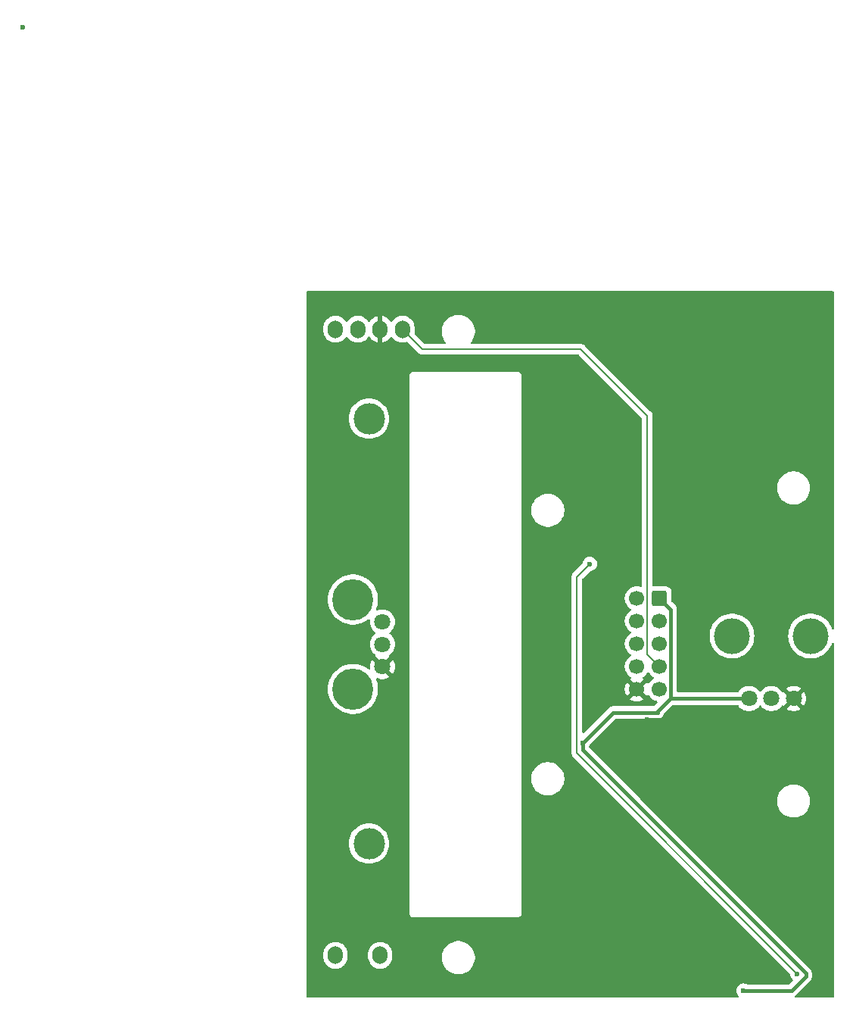
<source format=gbr>
%TF.GenerationSoftware,KiCad,Pcbnew,8.0.8*%
%TF.CreationDate,2025-04-07T16:00:04+02:00*%
%TF.ProjectId,tv25-tbar,74763235-2d74-4626-9172-2e6b69636164,rev?*%
%TF.SameCoordinates,Original*%
%TF.FileFunction,Copper,L2,Bot*%
%TF.FilePolarity,Positive*%
%FSLAX46Y46*%
G04 Gerber Fmt 4.6, Leading zero omitted, Abs format (unit mm)*
G04 Created by KiCad (PCBNEW 8.0.8) date 2025-04-07 16:00:04*
%MOMM*%
%LPD*%
G01*
G04 APERTURE LIST*
G04 Aperture macros list*
%AMRoundRect*
0 Rectangle with rounded corners*
0 $1 Rounding radius*
0 $2 $3 $4 $5 $6 $7 $8 $9 X,Y pos of 4 corners*
0 Add a 4 corners polygon primitive as box body*
4,1,4,$2,$3,$4,$5,$6,$7,$8,$9,$2,$3,0*
0 Add four circle primitives for the rounded corners*
1,1,$1+$1,$2,$3*
1,1,$1+$1,$4,$5*
1,1,$1+$1,$6,$7*
1,1,$1+$1,$8,$9*
0 Add four rect primitives between the rounded corners*
20,1,$1+$1,$2,$3,$4,$5,0*
20,1,$1+$1,$4,$5,$6,$7,0*
20,1,$1+$1,$6,$7,$8,$9,0*
20,1,$1+$1,$8,$9,$2,$3,0*%
G04 Aperture macros list end*
%TA.AperFunction,ComponentPad*%
%ADD10O,1.700000X2.000000*%
%TD*%
%TA.AperFunction,ComponentPad*%
%ADD11C,3.500000*%
%TD*%
%TA.AperFunction,WasherPad*%
%ADD12C,4.000000*%
%TD*%
%TA.AperFunction,ComponentPad*%
%ADD13C,1.800000*%
%TD*%
%TA.AperFunction,ComponentPad*%
%ADD14C,4.600000*%
%TD*%
%TA.AperFunction,ComponentPad*%
%ADD15RoundRect,0.250000X0.600000X0.600000X-0.600000X0.600000X-0.600000X-0.600000X0.600000X-0.600000X0*%
%TD*%
%TA.AperFunction,ComponentPad*%
%ADD16C,1.700000*%
%TD*%
%TA.AperFunction,ViaPad*%
%ADD17C,0.600000*%
%TD*%
%TA.AperFunction,Conductor*%
%ADD18C,0.400000*%
%TD*%
%TA.AperFunction,Conductor*%
%ADD19C,0.200000*%
%TD*%
G04 APERTURE END LIST*
D10*
%TO.P,RV3,2,2*%
%TO.N,Net-(J1-Pin_7)*%
X111250000Y-99750000D03*
%TO.P,RV3,1,1*%
%TO.N,GND*%
X108750000Y-99750000D03*
%TO.P,RV3,2B*%
%TO.N,N/C*%
X106250000Y-99750000D03*
%TO.P,RV3,1B*%
X103750000Y-99750000D03*
%TO.P,RV3,3,3*%
%TO.N,+3V3*%
X108750000Y-169750000D03*
%TO.P,RV3,3B*%
%TO.N,N/C*%
X103750000Y-169750000D03*
D11*
%TO.P,RV3,SH*%
X107500000Y-109750000D03*
X107500000Y-157250000D03*
%TD*%
D12*
%TO.P,RV2,*%
%TO.N,*%
X148100000Y-134050000D03*
X156900000Y-134050000D03*
D13*
%TO.P,RV2,1,1*%
%TO.N,GND*%
X155000000Y-141050000D03*
%TO.P,RV2,2,2*%
%TO.N,Net-(J1-Pin_8)*%
X152500000Y-141050000D03*
%TO.P,RV2,3,3*%
%TO.N,+3V3*%
X150000000Y-141050000D03*
%TD*%
%TO.P,RV1,3,3*%
%TO.N,+3V3*%
X109000000Y-132475000D03*
%TO.P,RV1,2,2*%
%TO.N,Net-(J1-Pin_7)*%
X109000000Y-134975000D03*
%TO.P,RV1,1,1*%
%TO.N,GND*%
X109000000Y-137475000D03*
D14*
%TO.P,RV1,*%
%TO.N,*%
X105700000Y-129975000D03*
X105700000Y-139975000D03*
%TD*%
D15*
%TO.P,J1,1,Pin_1*%
%TO.N,+3V3*%
X140000000Y-129840000D03*
D16*
%TO.P,J1,2,Pin_2*%
%TO.N,Net-(D1-DIN)*%
X137460000Y-129840000D03*
%TO.P,J1,3,Pin_3*%
%TO.N,Net-(J1-Pin_3)*%
X140000000Y-132380000D03*
%TO.P,J1,4,Pin_4*%
%TO.N,Net-(J1-Pin_4)*%
X137460000Y-132380000D03*
%TO.P,J1,5,Pin_5*%
%TO.N,Net-(J1-Pin_5)*%
X140000000Y-134920000D03*
%TO.P,J1,6,Pin_6*%
%TO.N,Net-(J1-Pin_6)*%
X137460000Y-134920000D03*
%TO.P,J1,7,Pin_7*%
%TO.N,Net-(J1-Pin_7)*%
X140000000Y-137460000D03*
%TO.P,J1,8,Pin_8*%
%TO.N,Net-(J1-Pin_8)*%
X137460000Y-137460000D03*
%TO.P,J1,9,Pin_9*%
%TO.N,Net-(D6-DOUT)*%
X140000000Y-140000000D03*
%TO.P,J1,10,Pin_10*%
%TO.N,GND*%
X137460000Y-140000000D03*
%TD*%
D17*
%TO.N,*%
X68800000Y-66000000D03*
%TO.N,GND*%
X128800000Y-113200000D03*
X135000000Y-109800000D03*
X144800000Y-110000000D03*
X138600000Y-143400000D03*
%TO.N,+3V3*%
X131400000Y-146000000D03*
X149400000Y-173700000D03*
%TO.N,Net-(D4-DOUT)*%
X132200000Y-126000000D03*
X155400000Y-171800006D03*
%TD*%
D18*
%TO.N,GND*%
X138600000Y-143400000D02*
X152650000Y-143400000D01*
X152650000Y-143400000D02*
X155000000Y-141050000D01*
D19*
%TO.N,Net-(J1-Pin_7)*%
X140000000Y-137460000D02*
X138610000Y-136070000D01*
X138610000Y-136070000D02*
X138610000Y-109410000D01*
X138610000Y-109410000D02*
X131200000Y-102000000D01*
X131200000Y-102000000D02*
X113500000Y-102000000D01*
X113500000Y-102000000D02*
X111250000Y-99750000D01*
D18*
%TO.N,+3V3*%
X141250000Y-141000000D02*
X139800000Y-142450000D01*
X139800000Y-142450000D02*
X139800000Y-142600000D01*
X139800000Y-142600000D02*
X134800000Y-142600000D01*
X134800000Y-142600000D02*
X131400000Y-146000000D01*
X131400000Y-146000000D02*
X131400000Y-146800000D01*
X131400000Y-146800000D02*
X156350000Y-171750000D01*
X156350000Y-172110661D02*
X154760661Y-173700000D01*
X156350000Y-171750000D02*
X156350000Y-172110661D01*
X154760661Y-173700000D02*
X149400000Y-173700000D01*
D19*
%TO.N,Net-(D4-DOUT)*%
X130750000Y-147150006D02*
X155400000Y-171800006D01*
X130750000Y-127450000D02*
X130750000Y-147150006D01*
X132200000Y-126000000D02*
X130750000Y-127450000D01*
D18*
%TO.N,+3V3*%
X141250000Y-131090000D02*
X141250000Y-141000000D01*
X150000000Y-141050000D02*
X141300000Y-141050000D01*
X141300000Y-141050000D02*
X141250000Y-141000000D01*
X140000000Y-129840000D02*
X141250000Y-131090000D01*
%TD*%
%TA.AperFunction,Conductor*%
%TO.N,GND*%
G36*
X159442539Y-95520185D02*
G01*
X159488294Y-95572989D01*
X159499500Y-95624500D01*
X159499500Y-133175744D01*
X159479815Y-133242783D01*
X159427011Y-133288538D01*
X159357853Y-133298482D01*
X159294297Y-133269457D01*
X159257569Y-133214062D01*
X159234755Y-133143849D01*
X159229503Y-133127685D01*
X159095537Y-132842993D01*
X159008794Y-132706308D01*
X158926948Y-132577338D01*
X158926945Y-132577334D01*
X158726393Y-132334909D01*
X158726391Y-132334907D01*
X158497031Y-132119523D01*
X158497021Y-132119515D01*
X158242495Y-131934591D01*
X158242488Y-131934586D01*
X158242484Y-131934584D01*
X157966766Y-131783006D01*
X157966763Y-131783004D01*
X157966758Y-131783002D01*
X157966757Y-131783001D01*
X157674228Y-131667181D01*
X157674225Y-131667180D01*
X157369476Y-131588934D01*
X157369463Y-131588932D01*
X157057329Y-131549500D01*
X157057318Y-131549500D01*
X156742682Y-131549500D01*
X156742670Y-131549500D01*
X156430536Y-131588932D01*
X156430523Y-131588934D01*
X156125774Y-131667180D01*
X156125771Y-131667181D01*
X155833242Y-131783001D01*
X155833241Y-131783002D01*
X155557516Y-131934584D01*
X155557504Y-131934591D01*
X155302978Y-132119515D01*
X155302968Y-132119523D01*
X155073608Y-132334907D01*
X155073606Y-132334909D01*
X154873054Y-132577334D01*
X154873051Y-132577338D01*
X154704464Y-132842990D01*
X154704461Y-132842996D01*
X154570499Y-133127678D01*
X154570497Y-133127683D01*
X154473270Y-133426916D01*
X154414311Y-133735988D01*
X154414310Y-133735995D01*
X154394556Y-134049994D01*
X154394556Y-134050005D01*
X154414310Y-134364004D01*
X154414311Y-134364011D01*
X154473270Y-134673083D01*
X154570497Y-134972316D01*
X154570499Y-134972321D01*
X154704461Y-135257003D01*
X154704464Y-135257009D01*
X154873051Y-135522661D01*
X154873054Y-135522665D01*
X155073606Y-135765090D01*
X155073608Y-135765092D01*
X155073610Y-135765094D01*
X155279559Y-135958493D01*
X155302968Y-135980476D01*
X155302978Y-135980484D01*
X155557504Y-136165408D01*
X155557509Y-136165410D01*
X155557516Y-136165416D01*
X155833234Y-136316994D01*
X155833239Y-136316996D01*
X155833241Y-136316997D01*
X155833242Y-136316998D01*
X156125771Y-136432818D01*
X156125774Y-136432819D01*
X156430523Y-136511065D01*
X156430527Y-136511066D01*
X156496010Y-136519338D01*
X156742670Y-136550499D01*
X156742679Y-136550499D01*
X156742682Y-136550500D01*
X156742684Y-136550500D01*
X157057316Y-136550500D01*
X157057318Y-136550500D01*
X157057321Y-136550499D01*
X157057329Y-136550499D01*
X157243593Y-136526968D01*
X157369473Y-136511066D01*
X157674225Y-136432819D01*
X157702801Y-136421505D01*
X157966757Y-136316998D01*
X157966758Y-136316997D01*
X157966756Y-136316997D01*
X157966766Y-136316994D01*
X158242484Y-136165416D01*
X158497030Y-135980478D01*
X158726390Y-135765094D01*
X158926947Y-135522663D01*
X159095537Y-135257007D01*
X159229503Y-134972315D01*
X159257569Y-134885936D01*
X159297006Y-134828261D01*
X159361365Y-134801063D01*
X159430211Y-134812978D01*
X159481687Y-134860222D01*
X159499500Y-134924255D01*
X159499500Y-174375500D01*
X159479815Y-174442539D01*
X159427011Y-174488294D01*
X159375500Y-174499500D01*
X155233765Y-174499500D01*
X155166726Y-174479815D01*
X155120971Y-174427011D01*
X155111027Y-174357853D01*
X155140052Y-174294297D01*
X155164875Y-174272397D01*
X155207204Y-174244114D01*
X156894114Y-172557204D01*
X156970775Y-172442472D01*
X157023580Y-172314989D01*
X157050500Y-172179655D01*
X157050500Y-172041667D01*
X157050500Y-171681007D01*
X157050500Y-171681004D01*
X157023581Y-171545677D01*
X157023580Y-171545676D01*
X157023580Y-171545672D01*
X157022031Y-171541932D01*
X156970778Y-171418195D01*
X156970771Y-171418182D01*
X156894115Y-171303459D01*
X156894114Y-171303458D01*
X156796542Y-171205886D01*
X137969368Y-152378711D01*
X153149500Y-152378711D01*
X153149500Y-152621288D01*
X153181161Y-152861785D01*
X153243947Y-153096104D01*
X153336773Y-153320205D01*
X153336776Y-153320212D01*
X153458064Y-153530289D01*
X153458066Y-153530292D01*
X153458067Y-153530293D01*
X153605733Y-153722736D01*
X153605739Y-153722743D01*
X153777256Y-153894260D01*
X153777262Y-153894265D01*
X153969711Y-154041936D01*
X154179788Y-154163224D01*
X154403900Y-154256054D01*
X154638211Y-154318838D01*
X154818586Y-154342584D01*
X154878711Y-154350500D01*
X154878712Y-154350500D01*
X155121289Y-154350500D01*
X155169388Y-154344167D01*
X155361789Y-154318838D01*
X155596100Y-154256054D01*
X155820212Y-154163224D01*
X156030289Y-154041936D01*
X156222738Y-153894265D01*
X156394265Y-153722738D01*
X156541936Y-153530289D01*
X156663224Y-153320212D01*
X156756054Y-153096100D01*
X156818838Y-152861789D01*
X156850500Y-152621288D01*
X156850500Y-152378712D01*
X156818838Y-152138211D01*
X156756054Y-151903900D01*
X156663224Y-151679788D01*
X156541936Y-151469711D01*
X156394265Y-151277262D01*
X156394260Y-151277256D01*
X156222743Y-151105739D01*
X156222736Y-151105733D01*
X156030293Y-150958067D01*
X156030292Y-150958066D01*
X156030289Y-150958064D01*
X155820212Y-150836776D01*
X155780206Y-150820205D01*
X155596104Y-150743947D01*
X155361785Y-150681161D01*
X155121289Y-150649500D01*
X155121288Y-150649500D01*
X154878712Y-150649500D01*
X154878711Y-150649500D01*
X154638214Y-150681161D01*
X154403895Y-150743947D01*
X154179794Y-150836773D01*
X154179785Y-150836777D01*
X153969706Y-150958067D01*
X153777263Y-151105733D01*
X153777256Y-151105739D01*
X153605739Y-151277256D01*
X153605733Y-151277263D01*
X153458067Y-151469706D01*
X153336777Y-151679785D01*
X153336773Y-151679794D01*
X153243947Y-151903895D01*
X153181161Y-152138214D01*
X153149500Y-152378711D01*
X137969368Y-152378711D01*
X132136819Y-146546162D01*
X132103334Y-146484839D01*
X132100500Y-146458481D01*
X132100500Y-146425493D01*
X132119508Y-146359519D01*
X132125787Y-146349526D01*
X132125789Y-146349521D01*
X132162007Y-146246013D01*
X132191365Y-146199290D01*
X135053838Y-143336819D01*
X135115161Y-143303334D01*
X135141519Y-143300500D01*
X139868995Y-143300500D01*
X139960041Y-143282389D01*
X140004328Y-143273580D01*
X140131811Y-143220775D01*
X140246542Y-143144114D01*
X140344114Y-143046542D01*
X140420775Y-142931811D01*
X140473580Y-142804328D01*
X140475490Y-142794720D01*
X140507871Y-142732811D01*
X140509367Y-142731288D01*
X141453838Y-141786819D01*
X141515161Y-141753334D01*
X141541519Y-141750500D01*
X148717649Y-141750500D01*
X148784688Y-141770185D01*
X148821458Y-141806679D01*
X148891016Y-141913147D01*
X148891019Y-141913151D01*
X148891021Y-141913153D01*
X149048216Y-142083913D01*
X149048219Y-142083915D01*
X149048222Y-142083918D01*
X149231365Y-142226464D01*
X149231371Y-142226468D01*
X149231374Y-142226470D01*
X149398860Y-142317109D01*
X149434652Y-142336479D01*
X149435497Y-142336936D01*
X149549487Y-142376068D01*
X149655015Y-142412297D01*
X149655017Y-142412297D01*
X149655019Y-142412298D01*
X149883951Y-142450500D01*
X149883952Y-142450500D01*
X150116048Y-142450500D01*
X150116049Y-142450500D01*
X150344981Y-142412298D01*
X150564503Y-142336936D01*
X150768626Y-142226470D01*
X150769170Y-142226047D01*
X150830129Y-142178600D01*
X150951784Y-142083913D01*
X151108979Y-141913153D01*
X151117899Y-141899500D01*
X151146191Y-141856196D01*
X151199337Y-141810839D01*
X151268569Y-141801415D01*
X151331904Y-141830917D01*
X151353809Y-141856196D01*
X151391016Y-141913147D01*
X151391019Y-141913151D01*
X151391021Y-141913153D01*
X151548216Y-142083913D01*
X151548219Y-142083915D01*
X151548222Y-142083918D01*
X151731365Y-142226464D01*
X151731371Y-142226468D01*
X151731374Y-142226470D01*
X151898860Y-142317109D01*
X151934652Y-142336479D01*
X151935497Y-142336936D01*
X152049487Y-142376068D01*
X152155015Y-142412297D01*
X152155017Y-142412297D01*
X152155019Y-142412298D01*
X152383951Y-142450500D01*
X152383952Y-142450500D01*
X152616048Y-142450500D01*
X152616049Y-142450500D01*
X152844981Y-142412298D01*
X153064503Y-142336936D01*
X153268626Y-142226470D01*
X153269170Y-142226047D01*
X153330129Y-142178600D01*
X153451784Y-142083913D01*
X153608979Y-141913153D01*
X153646489Y-141855738D01*
X153699635Y-141810382D01*
X153768866Y-141800958D01*
X153832202Y-141830459D01*
X153846914Y-141847437D01*
X153848811Y-141847634D01*
X154517037Y-141179408D01*
X154534075Y-141242993D01*
X154599901Y-141357007D01*
X154692993Y-141450099D01*
X154807007Y-141515925D01*
X154870590Y-141532962D01*
X154201201Y-142202351D01*
X154231649Y-142226050D01*
X154435697Y-142336476D01*
X154435706Y-142336479D01*
X154655139Y-142411811D01*
X154883993Y-142450000D01*
X155116007Y-142450000D01*
X155344860Y-142411811D01*
X155564293Y-142336479D01*
X155564301Y-142336476D01*
X155768355Y-142226047D01*
X155798797Y-142202351D01*
X155798798Y-142202350D01*
X155129410Y-141532962D01*
X155192993Y-141515925D01*
X155307007Y-141450099D01*
X155400099Y-141357007D01*
X155465925Y-141242993D01*
X155482962Y-141179409D01*
X156151186Y-141847634D01*
X156235484Y-141718606D01*
X156328682Y-141506135D01*
X156385638Y-141281218D01*
X156404798Y-141050005D01*
X156404798Y-141049994D01*
X156385638Y-140818781D01*
X156328682Y-140593864D01*
X156235483Y-140381390D01*
X156151186Y-140252364D01*
X155482962Y-140920589D01*
X155465925Y-140857007D01*
X155400099Y-140742993D01*
X155307007Y-140649901D01*
X155192993Y-140584075D01*
X155129409Y-140567037D01*
X155798797Y-139897647D01*
X155798797Y-139897645D01*
X155768360Y-139873955D01*
X155768354Y-139873951D01*
X155564302Y-139763523D01*
X155564293Y-139763520D01*
X155344860Y-139688188D01*
X155116007Y-139650000D01*
X154883993Y-139650000D01*
X154655139Y-139688188D01*
X154435706Y-139763520D01*
X154435697Y-139763523D01*
X154231650Y-139873949D01*
X154201200Y-139897647D01*
X154870591Y-140567037D01*
X154807007Y-140584075D01*
X154692993Y-140649901D01*
X154599901Y-140742993D01*
X154534075Y-140857007D01*
X154517037Y-140920590D01*
X153848811Y-140252364D01*
X153844030Y-140252860D01*
X153800960Y-140289617D01*
X153731729Y-140299041D01*
X153668393Y-140269539D01*
X153646489Y-140244260D01*
X153608983Y-140186852D01*
X153608980Y-140186849D01*
X153608979Y-140186847D01*
X153451784Y-140016087D01*
X153451779Y-140016083D01*
X153451777Y-140016081D01*
X153268634Y-139873535D01*
X153268628Y-139873531D01*
X153064504Y-139763064D01*
X153064495Y-139763061D01*
X152844984Y-139687702D01*
X152673282Y-139659050D01*
X152616049Y-139649500D01*
X152383951Y-139649500D01*
X152338164Y-139657140D01*
X152155015Y-139687702D01*
X151935504Y-139763061D01*
X151935495Y-139763064D01*
X151731371Y-139873531D01*
X151731365Y-139873535D01*
X151548222Y-140016081D01*
X151548219Y-140016084D01*
X151548216Y-140016086D01*
X151548216Y-140016087D01*
X151502429Y-140065826D01*
X151391015Y-140186854D01*
X151353808Y-140243804D01*
X151300662Y-140289161D01*
X151231430Y-140298584D01*
X151168095Y-140269082D01*
X151146192Y-140243804D01*
X151108984Y-140186854D01*
X151108982Y-140186852D01*
X151108979Y-140186847D01*
X150951784Y-140016087D01*
X150951779Y-140016083D01*
X150951777Y-140016081D01*
X150768634Y-139873535D01*
X150768628Y-139873531D01*
X150564504Y-139763064D01*
X150564495Y-139763061D01*
X150344984Y-139687702D01*
X150173282Y-139659050D01*
X150116049Y-139649500D01*
X149883951Y-139649500D01*
X149838164Y-139657140D01*
X149655015Y-139687702D01*
X149435504Y-139763061D01*
X149435495Y-139763064D01*
X149231371Y-139873531D01*
X149231365Y-139873535D01*
X149048222Y-140016081D01*
X149048219Y-140016084D01*
X148891016Y-140186852D01*
X148821458Y-140293321D01*
X148768312Y-140338678D01*
X148717649Y-140349500D01*
X142074500Y-140349500D01*
X142007461Y-140329815D01*
X141961706Y-140277011D01*
X141950500Y-140225500D01*
X141950500Y-134049994D01*
X145594556Y-134049994D01*
X145594556Y-134050005D01*
X145614310Y-134364004D01*
X145614311Y-134364011D01*
X145673270Y-134673083D01*
X145770497Y-134972316D01*
X145770499Y-134972321D01*
X145904461Y-135257003D01*
X145904464Y-135257009D01*
X146073051Y-135522661D01*
X146073054Y-135522665D01*
X146273606Y-135765090D01*
X146273608Y-135765092D01*
X146273610Y-135765094D01*
X146479559Y-135958493D01*
X146502968Y-135980476D01*
X146502978Y-135980484D01*
X146757504Y-136165408D01*
X146757509Y-136165410D01*
X146757516Y-136165416D01*
X147033234Y-136316994D01*
X147033239Y-136316996D01*
X147033241Y-136316997D01*
X147033242Y-136316998D01*
X147325771Y-136432818D01*
X147325774Y-136432819D01*
X147630523Y-136511065D01*
X147630527Y-136511066D01*
X147696010Y-136519338D01*
X147942670Y-136550499D01*
X147942679Y-136550499D01*
X147942682Y-136550500D01*
X147942684Y-136550500D01*
X148257316Y-136550500D01*
X148257318Y-136550500D01*
X148257321Y-136550499D01*
X148257329Y-136550499D01*
X148443593Y-136526968D01*
X148569473Y-136511066D01*
X148874225Y-136432819D01*
X148902801Y-136421505D01*
X149166757Y-136316998D01*
X149166758Y-136316997D01*
X149166756Y-136316997D01*
X149166766Y-136316994D01*
X149442484Y-136165416D01*
X149697030Y-135980478D01*
X149926390Y-135765094D01*
X150126947Y-135522663D01*
X150295537Y-135257007D01*
X150429503Y-134972315D01*
X150526731Y-134673079D01*
X150585688Y-134364015D01*
X150585689Y-134364004D01*
X150605444Y-134050005D01*
X150605444Y-134049994D01*
X150585689Y-133735995D01*
X150585688Y-133735988D01*
X150585688Y-133735985D01*
X150526731Y-133426921D01*
X150429503Y-133127685D01*
X150295537Y-132842993D01*
X150208794Y-132706308D01*
X150126948Y-132577338D01*
X150126945Y-132577334D01*
X149926393Y-132334909D01*
X149926391Y-132334907D01*
X149697031Y-132119523D01*
X149697021Y-132119515D01*
X149442495Y-131934591D01*
X149442488Y-131934586D01*
X149442484Y-131934584D01*
X149166766Y-131783006D01*
X149166763Y-131783004D01*
X149166758Y-131783002D01*
X149166757Y-131783001D01*
X148874228Y-131667181D01*
X148874225Y-131667180D01*
X148569476Y-131588934D01*
X148569463Y-131588932D01*
X148257329Y-131549500D01*
X148257318Y-131549500D01*
X147942682Y-131549500D01*
X147942670Y-131549500D01*
X147630536Y-131588932D01*
X147630523Y-131588934D01*
X147325774Y-131667180D01*
X147325771Y-131667181D01*
X147033242Y-131783001D01*
X147033241Y-131783002D01*
X146757516Y-131934584D01*
X146757504Y-131934591D01*
X146502978Y-132119515D01*
X146502968Y-132119523D01*
X146273608Y-132334907D01*
X146273606Y-132334909D01*
X146073054Y-132577334D01*
X146073051Y-132577338D01*
X145904464Y-132842990D01*
X145904461Y-132842996D01*
X145770499Y-133127678D01*
X145770497Y-133127683D01*
X145673270Y-133426916D01*
X145614311Y-133735988D01*
X145614310Y-133735995D01*
X145594556Y-134049994D01*
X141950500Y-134049994D01*
X141950500Y-131021004D01*
X141923581Y-130885677D01*
X141923580Y-130885676D01*
X141923580Y-130885672D01*
X141923578Y-130885667D01*
X141870777Y-130758193D01*
X141870776Y-130758191D01*
X141839512Y-130711401D01*
X141839512Y-130711400D01*
X141794115Y-130643458D01*
X141794109Y-130643451D01*
X141386818Y-130236160D01*
X141353333Y-130174837D01*
X141350499Y-130148479D01*
X141350499Y-129189998D01*
X141350498Y-129189981D01*
X141339999Y-129087203D01*
X141339998Y-129087200D01*
X141316255Y-129015549D01*
X141284814Y-128920666D01*
X141192712Y-128771344D01*
X141068656Y-128647288D01*
X140975888Y-128590069D01*
X140919336Y-128555187D01*
X140919331Y-128555185D01*
X140895448Y-128547271D01*
X140752797Y-128500001D01*
X140752795Y-128500000D01*
X140650010Y-128489500D01*
X139349998Y-128489500D01*
X139349978Y-128489502D01*
X139347100Y-128489796D01*
X139278407Y-128477025D01*
X139227524Y-128429144D01*
X139210500Y-128366438D01*
X139210500Y-117378711D01*
X153149500Y-117378711D01*
X153149500Y-117621288D01*
X153181161Y-117861785D01*
X153243947Y-118096104D01*
X153305186Y-118243947D01*
X153336776Y-118320212D01*
X153458064Y-118530289D01*
X153458066Y-118530292D01*
X153458067Y-118530293D01*
X153605733Y-118722736D01*
X153605739Y-118722743D01*
X153777256Y-118894260D01*
X153777262Y-118894265D01*
X153969711Y-119041936D01*
X154179788Y-119163224D01*
X154403900Y-119256054D01*
X154638211Y-119318838D01*
X154818586Y-119342584D01*
X154878711Y-119350500D01*
X154878712Y-119350500D01*
X155121289Y-119350500D01*
X155169388Y-119344167D01*
X155361789Y-119318838D01*
X155596100Y-119256054D01*
X155820212Y-119163224D01*
X156030289Y-119041936D01*
X156222738Y-118894265D01*
X156394265Y-118722738D01*
X156541936Y-118530289D01*
X156663224Y-118320212D01*
X156756054Y-118096100D01*
X156818838Y-117861789D01*
X156850500Y-117621288D01*
X156850500Y-117378712D01*
X156818838Y-117138211D01*
X156756054Y-116903900D01*
X156663224Y-116679788D01*
X156541936Y-116469711D01*
X156394265Y-116277262D01*
X156394260Y-116277256D01*
X156222743Y-116105739D01*
X156222736Y-116105733D01*
X156030293Y-115958067D01*
X156030292Y-115958066D01*
X156030289Y-115958064D01*
X155820212Y-115836776D01*
X155820205Y-115836773D01*
X155596104Y-115743947D01*
X155361785Y-115681161D01*
X155121289Y-115649500D01*
X155121288Y-115649500D01*
X154878712Y-115649500D01*
X154878711Y-115649500D01*
X154638214Y-115681161D01*
X154403895Y-115743947D01*
X154179794Y-115836773D01*
X154179785Y-115836777D01*
X153969706Y-115958067D01*
X153777263Y-116105733D01*
X153777256Y-116105739D01*
X153605739Y-116277256D01*
X153605733Y-116277263D01*
X153458067Y-116469706D01*
X153336777Y-116679785D01*
X153336773Y-116679794D01*
X153243947Y-116903895D01*
X153181161Y-117138214D01*
X153149500Y-117378711D01*
X139210500Y-117378711D01*
X139210500Y-109330945D01*
X139210500Y-109330943D01*
X139169577Y-109178216D01*
X139162685Y-109166278D01*
X139090524Y-109041290D01*
X139090521Y-109041286D01*
X139090520Y-109041284D01*
X138978716Y-108929480D01*
X138978715Y-108929479D01*
X138974385Y-108925149D01*
X138974374Y-108925139D01*
X131687590Y-101638355D01*
X131687588Y-101638352D01*
X131568717Y-101519481D01*
X131568716Y-101519480D01*
X131481904Y-101469360D01*
X131481904Y-101469359D01*
X131481900Y-101469358D01*
X131431785Y-101440423D01*
X131279057Y-101399499D01*
X131120943Y-101399499D01*
X131113347Y-101399499D01*
X131113331Y-101399500D01*
X119010078Y-101399500D01*
X118943039Y-101379815D01*
X118897284Y-101327011D01*
X118887340Y-101257853D01*
X118911702Y-101200014D01*
X118948884Y-101151557D01*
X119041936Y-101030289D01*
X119163224Y-100820212D01*
X119256054Y-100596100D01*
X119318838Y-100361789D01*
X119350500Y-100121288D01*
X119350500Y-99878712D01*
X119318838Y-99638211D01*
X119256054Y-99403900D01*
X119163224Y-99179788D01*
X119041936Y-98969711D01*
X118894265Y-98777262D01*
X118894260Y-98777256D01*
X118722743Y-98605739D01*
X118722736Y-98605733D01*
X118530293Y-98458067D01*
X118530292Y-98458066D01*
X118530289Y-98458064D01*
X118320212Y-98336776D01*
X118320205Y-98336773D01*
X118096104Y-98243947D01*
X117861785Y-98181161D01*
X117621289Y-98149500D01*
X117621288Y-98149500D01*
X117378712Y-98149500D01*
X117378711Y-98149500D01*
X117138214Y-98181161D01*
X116903895Y-98243947D01*
X116679794Y-98336773D01*
X116679785Y-98336777D01*
X116469706Y-98458067D01*
X116277263Y-98605733D01*
X116277256Y-98605739D01*
X116105739Y-98777256D01*
X116105733Y-98777263D01*
X115958067Y-98969706D01*
X115836777Y-99179785D01*
X115836773Y-99179794D01*
X115743947Y-99403895D01*
X115681161Y-99638214D01*
X115649500Y-99878711D01*
X115649500Y-100121288D01*
X115681161Y-100361785D01*
X115743947Y-100596104D01*
X115836773Y-100820205D01*
X115836776Y-100820212D01*
X115958064Y-101030289D01*
X115958066Y-101030292D01*
X115958067Y-101030293D01*
X116088298Y-101200014D01*
X116113492Y-101265183D01*
X116099454Y-101333628D01*
X116050640Y-101383617D01*
X115989922Y-101399500D01*
X113800098Y-101399500D01*
X113733059Y-101379815D01*
X113712417Y-101363181D01*
X112611680Y-100262444D01*
X112578195Y-100201121D01*
X112576888Y-100155365D01*
X112582286Y-100121288D01*
X112600500Y-100006287D01*
X112600500Y-99493713D01*
X112567246Y-99283757D01*
X112501557Y-99081588D01*
X112405051Y-98892184D01*
X112405049Y-98892181D01*
X112405048Y-98892179D01*
X112280109Y-98720213D01*
X112129786Y-98569890D01*
X111957820Y-98444951D01*
X111768414Y-98348444D01*
X111768413Y-98348443D01*
X111768412Y-98348443D01*
X111566243Y-98282754D01*
X111566241Y-98282753D01*
X111566240Y-98282753D01*
X111404957Y-98257208D01*
X111356287Y-98249500D01*
X111143713Y-98249500D01*
X111095042Y-98257208D01*
X110933760Y-98282753D01*
X110731585Y-98348444D01*
X110542179Y-98444951D01*
X110370213Y-98569890D01*
X110219894Y-98720209D01*
X110219890Y-98720214D01*
X110100008Y-98885218D01*
X110044678Y-98927884D01*
X109975065Y-98933863D01*
X109913270Y-98901257D01*
X109899372Y-98885218D01*
X109779727Y-98720540D01*
X109779723Y-98720535D01*
X109629464Y-98570276D01*
X109629459Y-98570272D01*
X109457557Y-98445379D01*
X109268215Y-98348903D01*
X109066124Y-98283241D01*
X109000000Y-98272768D01*
X109000000Y-99316988D01*
X108942993Y-99284075D01*
X108815826Y-99250000D01*
X108684174Y-99250000D01*
X108557007Y-99284075D01*
X108500000Y-99316988D01*
X108500000Y-98272768D01*
X108499999Y-98272768D01*
X108433875Y-98283241D01*
X108231784Y-98348903D01*
X108042442Y-98445379D01*
X107870540Y-98570272D01*
X107870535Y-98570276D01*
X107720276Y-98720535D01*
X107720272Y-98720540D01*
X107600627Y-98885218D01*
X107545297Y-98927884D01*
X107475684Y-98933863D01*
X107413889Y-98901257D01*
X107399991Y-98885218D01*
X107280109Y-98720214D01*
X107280105Y-98720209D01*
X107129786Y-98569890D01*
X106957820Y-98444951D01*
X106768414Y-98348444D01*
X106768413Y-98348443D01*
X106768412Y-98348443D01*
X106566243Y-98282754D01*
X106566241Y-98282753D01*
X106566240Y-98282753D01*
X106404957Y-98257208D01*
X106356287Y-98249500D01*
X106143713Y-98249500D01*
X106095042Y-98257208D01*
X105933760Y-98282753D01*
X105731585Y-98348444D01*
X105542179Y-98444951D01*
X105370213Y-98569890D01*
X105219894Y-98720209D01*
X105219890Y-98720214D01*
X105100318Y-98884793D01*
X105044989Y-98927459D01*
X104975375Y-98933438D01*
X104913580Y-98900833D01*
X104899682Y-98884793D01*
X104780109Y-98720214D01*
X104780105Y-98720209D01*
X104629786Y-98569890D01*
X104457820Y-98444951D01*
X104268414Y-98348444D01*
X104268413Y-98348443D01*
X104268412Y-98348443D01*
X104066243Y-98282754D01*
X104066241Y-98282753D01*
X104066240Y-98282753D01*
X103904957Y-98257208D01*
X103856287Y-98249500D01*
X103643713Y-98249500D01*
X103595042Y-98257208D01*
X103433760Y-98282753D01*
X103231585Y-98348444D01*
X103042179Y-98444951D01*
X102870213Y-98569890D01*
X102719890Y-98720213D01*
X102594951Y-98892179D01*
X102498444Y-99081585D01*
X102432753Y-99283760D01*
X102399500Y-99493713D01*
X102399500Y-100006286D01*
X102432703Y-100215925D01*
X102432754Y-100216243D01*
X102443722Y-100250000D01*
X102498444Y-100418414D01*
X102594951Y-100607820D01*
X102719890Y-100779786D01*
X102870213Y-100930109D01*
X103042179Y-101055048D01*
X103042181Y-101055049D01*
X103042184Y-101055051D01*
X103231588Y-101151557D01*
X103433757Y-101217246D01*
X103643713Y-101250500D01*
X103643714Y-101250500D01*
X103856286Y-101250500D01*
X103856287Y-101250500D01*
X104066243Y-101217246D01*
X104268412Y-101151557D01*
X104457816Y-101055051D01*
X104491898Y-101030289D01*
X104629786Y-100930109D01*
X104629788Y-100930106D01*
X104629792Y-100930104D01*
X104780104Y-100779792D01*
X104899683Y-100615204D01*
X104955011Y-100572540D01*
X105024624Y-100566561D01*
X105086420Y-100599166D01*
X105100313Y-100615199D01*
X105219654Y-100779459D01*
X105219896Y-100779792D01*
X105370213Y-100930109D01*
X105542179Y-101055048D01*
X105542181Y-101055049D01*
X105542184Y-101055051D01*
X105731588Y-101151557D01*
X105933757Y-101217246D01*
X106143713Y-101250500D01*
X106143714Y-101250500D01*
X106356286Y-101250500D01*
X106356287Y-101250500D01*
X106566243Y-101217246D01*
X106768412Y-101151557D01*
X106957816Y-101055051D01*
X106991898Y-101030289D01*
X107129786Y-100930109D01*
X107129788Y-100930106D01*
X107129792Y-100930104D01*
X107280104Y-100779792D01*
X107399991Y-100614779D01*
X107455320Y-100572115D01*
X107524933Y-100566136D01*
X107586729Y-100598741D01*
X107600627Y-100614781D01*
X107720272Y-100779459D01*
X107720276Y-100779464D01*
X107870535Y-100929723D01*
X107870540Y-100929727D01*
X108042442Y-101054620D01*
X108231782Y-101151095D01*
X108433871Y-101216757D01*
X108500000Y-101227231D01*
X108500000Y-100183012D01*
X108557007Y-100215925D01*
X108684174Y-100250000D01*
X108815826Y-100250000D01*
X108942993Y-100215925D01*
X109000000Y-100183012D01*
X109000000Y-101227230D01*
X109066126Y-101216757D01*
X109066129Y-101216757D01*
X109268217Y-101151095D01*
X109457557Y-101054620D01*
X109629459Y-100929727D01*
X109629464Y-100929723D01*
X109779721Y-100779466D01*
X109899371Y-100614781D01*
X109954701Y-100572115D01*
X110024314Y-100566136D01*
X110086110Y-100598741D01*
X110100008Y-100614781D01*
X110219890Y-100779785D01*
X110219894Y-100779790D01*
X110370213Y-100930109D01*
X110542179Y-101055048D01*
X110542181Y-101055049D01*
X110542184Y-101055051D01*
X110731588Y-101151557D01*
X110933757Y-101217246D01*
X111143713Y-101250500D01*
X111143714Y-101250500D01*
X111356286Y-101250500D01*
X111356287Y-101250500D01*
X111566243Y-101217246D01*
X111721739Y-101166721D01*
X111791578Y-101164727D01*
X111847736Y-101196972D01*
X113131284Y-102480520D01*
X113131286Y-102480521D01*
X113131290Y-102480524D01*
X113268209Y-102559573D01*
X113268216Y-102559577D01*
X113420943Y-102600501D01*
X113420945Y-102600501D01*
X113586654Y-102600501D01*
X113586670Y-102600500D01*
X130899903Y-102600500D01*
X130966942Y-102620185D01*
X130987584Y-102636819D01*
X137973181Y-109622416D01*
X138006666Y-109683739D01*
X138009500Y-109710097D01*
X138009500Y-128427496D01*
X137989815Y-128494535D01*
X137937011Y-128540290D01*
X137867853Y-128550234D01*
X137853408Y-128547271D01*
X137695416Y-128504939D01*
X137695412Y-128504938D01*
X137695408Y-128504937D01*
X137695406Y-128504936D01*
X137695403Y-128504936D01*
X137460001Y-128484341D01*
X137459999Y-128484341D01*
X137224596Y-128504936D01*
X137224586Y-128504938D01*
X136996344Y-128566094D01*
X136996335Y-128566098D01*
X136782171Y-128665964D01*
X136782169Y-128665965D01*
X136588597Y-128801505D01*
X136421505Y-128968597D01*
X136285965Y-129162169D01*
X136285964Y-129162171D01*
X136186098Y-129376335D01*
X136186094Y-129376344D01*
X136124938Y-129604586D01*
X136124936Y-129604596D01*
X136104341Y-129839999D01*
X136104341Y-129840000D01*
X136124936Y-130075403D01*
X136124938Y-130075413D01*
X136186094Y-130303655D01*
X136186096Y-130303659D01*
X136186097Y-130303663D01*
X136285965Y-130517830D01*
X136285967Y-130517834D01*
X136421501Y-130711395D01*
X136421504Y-130711400D01*
X136588597Y-130878493D01*
X136588603Y-130878498D01*
X136774158Y-131008425D01*
X136817783Y-131063002D01*
X136824977Y-131132500D01*
X136793454Y-131194855D01*
X136774158Y-131211575D01*
X136588597Y-131341505D01*
X136421505Y-131508597D01*
X136285965Y-131702169D01*
X136285964Y-131702171D01*
X136186098Y-131916335D01*
X136186094Y-131916344D01*
X136124938Y-132144586D01*
X136124936Y-132144596D01*
X136104341Y-132379999D01*
X136104341Y-132380000D01*
X136124936Y-132615403D01*
X136124938Y-132615413D01*
X136186094Y-132843655D01*
X136186096Y-132843659D01*
X136186097Y-132843663D01*
X136226963Y-132931300D01*
X136285965Y-133057830D01*
X136285967Y-133057834D01*
X136421501Y-133251395D01*
X136421506Y-133251402D01*
X136588597Y-133418493D01*
X136588603Y-133418498D01*
X136774158Y-133548425D01*
X136817783Y-133603002D01*
X136824977Y-133672500D01*
X136793454Y-133734855D01*
X136774158Y-133751575D01*
X136588597Y-133881505D01*
X136421505Y-134048597D01*
X136285965Y-134242169D01*
X136285964Y-134242171D01*
X136186098Y-134456335D01*
X136186094Y-134456344D01*
X136124938Y-134684586D01*
X136124936Y-134684596D01*
X136104341Y-134919999D01*
X136104341Y-134920000D01*
X136124936Y-135155403D01*
X136124938Y-135155413D01*
X136186094Y-135383655D01*
X136186096Y-135383659D01*
X136186097Y-135383663D01*
X136208311Y-135431300D01*
X136285965Y-135597830D01*
X136285967Y-135597834D01*
X136421501Y-135791395D01*
X136421506Y-135791402D01*
X136588597Y-135958493D01*
X136588603Y-135958498D01*
X136774158Y-136088425D01*
X136817783Y-136143002D01*
X136824977Y-136212500D01*
X136793454Y-136274855D01*
X136774158Y-136291575D01*
X136588597Y-136421505D01*
X136421505Y-136588597D01*
X136285965Y-136782169D01*
X136285964Y-136782171D01*
X136186098Y-136996335D01*
X136186094Y-136996344D01*
X136124938Y-137224586D01*
X136124936Y-137224596D01*
X136104341Y-137459999D01*
X136104341Y-137460000D01*
X136124936Y-137695403D01*
X136124938Y-137695413D01*
X136186094Y-137923655D01*
X136186096Y-137923659D01*
X136186097Y-137923663D01*
X136210036Y-137975000D01*
X136285965Y-138137830D01*
X136285967Y-138137834D01*
X136380356Y-138272634D01*
X136421505Y-138331401D01*
X136588599Y-138498495D01*
X136761288Y-138619413D01*
X136774595Y-138628731D01*
X136818219Y-138683308D01*
X136825412Y-138752807D01*
X136793890Y-138815161D01*
X136774594Y-138831881D01*
X136698627Y-138885073D01*
X136698626Y-138885073D01*
X137330591Y-139517037D01*
X137267007Y-139534075D01*
X137152993Y-139599901D01*
X137059901Y-139692993D01*
X136994075Y-139807007D01*
X136977037Y-139870590D01*
X136345073Y-139238626D01*
X136345073Y-139238627D01*
X136286400Y-139322421D01*
X136286399Y-139322423D01*
X136186570Y-139536507D01*
X136186566Y-139536516D01*
X136125432Y-139764673D01*
X136125430Y-139764684D01*
X136104843Y-139999998D01*
X136104843Y-140000001D01*
X136125430Y-140235315D01*
X136125432Y-140235326D01*
X136186566Y-140463483D01*
X136186570Y-140463492D01*
X136286398Y-140677576D01*
X136345073Y-140761372D01*
X136977037Y-140129408D01*
X136994075Y-140192993D01*
X137059901Y-140307007D01*
X137152993Y-140400099D01*
X137267007Y-140465925D01*
X137330591Y-140482962D01*
X136698626Y-141114926D01*
X136782417Y-141173598D01*
X136782421Y-141173600D01*
X136996507Y-141273429D01*
X136996516Y-141273433D01*
X137224673Y-141334567D01*
X137224684Y-141334569D01*
X137459998Y-141355157D01*
X137460002Y-141355157D01*
X137695315Y-141334569D01*
X137695326Y-141334567D01*
X137923483Y-141273433D01*
X137923492Y-141273429D01*
X138137580Y-141173599D01*
X138221371Y-141114925D01*
X137589408Y-140482962D01*
X137652993Y-140465925D01*
X137767007Y-140400099D01*
X137860099Y-140307007D01*
X137925925Y-140192993D01*
X137942962Y-140129408D01*
X138574925Y-140761371D01*
X138628120Y-140685404D01*
X138682697Y-140641780D01*
X138752196Y-140634588D01*
X138814550Y-140666111D01*
X138831268Y-140685404D01*
X138961505Y-140871401D01*
X139128599Y-141038495D01*
X139225384Y-141106265D01*
X139322165Y-141174032D01*
X139322167Y-141174033D01*
X139322170Y-141174035D01*
X139536337Y-141273903D01*
X139536343Y-141273904D01*
X139536344Y-141273905D01*
X139683076Y-141313221D01*
X139742736Y-141349586D01*
X139773266Y-141412432D01*
X139764972Y-141481808D01*
X139738664Y-141520677D01*
X139396162Y-141863181D01*
X139334839Y-141896666D01*
X139308481Y-141899500D01*
X134731005Y-141899500D01*
X134595677Y-141926418D01*
X134595667Y-141926421D01*
X134468192Y-141979222D01*
X134353454Y-142055887D01*
X134353453Y-142055888D01*
X131562181Y-144847161D01*
X131500858Y-144880646D01*
X131431166Y-144875662D01*
X131375233Y-144833790D01*
X131350816Y-144768326D01*
X131350500Y-144759480D01*
X131350500Y-127750096D01*
X131370185Y-127683057D01*
X131386815Y-127662419D01*
X132218535Y-126830698D01*
X132279856Y-126797215D01*
X132292311Y-126795163D01*
X132379255Y-126785368D01*
X132549522Y-126725789D01*
X132702262Y-126629816D01*
X132829816Y-126502262D01*
X132925789Y-126349522D01*
X132985368Y-126179255D01*
X133005565Y-126000000D01*
X133002419Y-125972082D01*
X132985369Y-125820750D01*
X132985368Y-125820745D01*
X132925788Y-125650476D01*
X132829815Y-125497737D01*
X132702262Y-125370184D01*
X132549523Y-125274211D01*
X132379254Y-125214631D01*
X132379249Y-125214630D01*
X132200004Y-125194435D01*
X132199996Y-125194435D01*
X132020750Y-125214630D01*
X132020745Y-125214631D01*
X131850476Y-125274211D01*
X131697737Y-125370184D01*
X131570184Y-125497737D01*
X131474210Y-125650478D01*
X131414630Y-125820750D01*
X131404837Y-125907668D01*
X131377770Y-125972082D01*
X131369298Y-125981465D01*
X130381286Y-126969478D01*
X130269481Y-127081282D01*
X130269479Y-127081285D01*
X130219361Y-127168094D01*
X130219359Y-127168096D01*
X130190425Y-127218209D01*
X130190424Y-127218210D01*
X130190423Y-127218215D01*
X130149499Y-127370943D01*
X130149499Y-127370945D01*
X130149499Y-127539046D01*
X130149500Y-127539059D01*
X130149500Y-147063336D01*
X130149499Y-147063354D01*
X130149499Y-147229060D01*
X130149498Y-147229060D01*
X130149499Y-147229063D01*
X130190423Y-147381791D01*
X130212931Y-147420775D01*
X130250630Y-147486073D01*
X130269479Y-147518721D01*
X130388349Y-147637591D01*
X130388355Y-147637596D01*
X154569298Y-171818539D01*
X154602783Y-171879862D01*
X154604837Y-171892336D01*
X154614630Y-171979255D01*
X154674210Y-172149527D01*
X154770184Y-172302268D01*
X154881278Y-172413362D01*
X154914763Y-172474685D01*
X154909779Y-172544377D01*
X154881278Y-172588724D01*
X154506823Y-172963181D01*
X154445500Y-172996666D01*
X154419142Y-172999500D01*
X149825494Y-172999500D01*
X149759523Y-172980494D01*
X149749525Y-172974212D01*
X149579254Y-172914631D01*
X149579249Y-172914630D01*
X149400004Y-172894435D01*
X149399996Y-172894435D01*
X149220750Y-172914630D01*
X149220745Y-172914631D01*
X149050476Y-172974211D01*
X148897737Y-173070184D01*
X148770184Y-173197737D01*
X148674211Y-173350476D01*
X148614631Y-173520745D01*
X148614630Y-173520750D01*
X148594435Y-173699996D01*
X148594435Y-173700003D01*
X148614630Y-173879249D01*
X148614631Y-173879254D01*
X148674211Y-174049523D01*
X148770184Y-174202262D01*
X148855741Y-174287819D01*
X148889226Y-174349142D01*
X148884242Y-174418834D01*
X148842370Y-174474767D01*
X148776906Y-174499184D01*
X148768060Y-174499500D01*
X100624500Y-174499500D01*
X100557461Y-174479815D01*
X100511706Y-174427011D01*
X100500500Y-174375500D01*
X100500500Y-169493713D01*
X102399500Y-169493713D01*
X102399500Y-170006286D01*
X102432753Y-170216239D01*
X102498444Y-170418414D01*
X102594951Y-170607820D01*
X102719890Y-170779786D01*
X102870213Y-170930109D01*
X103042179Y-171055048D01*
X103042181Y-171055049D01*
X103042184Y-171055051D01*
X103231588Y-171151557D01*
X103433757Y-171217246D01*
X103643713Y-171250500D01*
X103643714Y-171250500D01*
X103856286Y-171250500D01*
X103856287Y-171250500D01*
X104066243Y-171217246D01*
X104268412Y-171151557D01*
X104457816Y-171055051D01*
X104491898Y-171030289D01*
X104629786Y-170930109D01*
X104629788Y-170930106D01*
X104629792Y-170930104D01*
X104780104Y-170779792D01*
X104780106Y-170779788D01*
X104780109Y-170779786D01*
X104905048Y-170607820D01*
X104905047Y-170607820D01*
X104905051Y-170607816D01*
X105001557Y-170418412D01*
X105067246Y-170216243D01*
X105100500Y-170006287D01*
X105100500Y-169493713D01*
X107399500Y-169493713D01*
X107399500Y-170006286D01*
X107432753Y-170216239D01*
X107498444Y-170418414D01*
X107594951Y-170607820D01*
X107719890Y-170779786D01*
X107870213Y-170930109D01*
X108042179Y-171055048D01*
X108042181Y-171055049D01*
X108042184Y-171055051D01*
X108231588Y-171151557D01*
X108433757Y-171217246D01*
X108643713Y-171250500D01*
X108643714Y-171250500D01*
X108856286Y-171250500D01*
X108856287Y-171250500D01*
X109066243Y-171217246D01*
X109268412Y-171151557D01*
X109457816Y-171055051D01*
X109491898Y-171030289D01*
X109629786Y-170930109D01*
X109629788Y-170930106D01*
X109629792Y-170930104D01*
X109780104Y-170779792D01*
X109780106Y-170779788D01*
X109780109Y-170779786D01*
X109905048Y-170607820D01*
X109905047Y-170607820D01*
X109905051Y-170607816D01*
X110001557Y-170418412D01*
X110067246Y-170216243D01*
X110100500Y-170006287D01*
X110100500Y-169878711D01*
X115649500Y-169878711D01*
X115649500Y-170121288D01*
X115681161Y-170361785D01*
X115743947Y-170596104D01*
X115836773Y-170820205D01*
X115836776Y-170820212D01*
X115958064Y-171030289D01*
X115958066Y-171030292D01*
X115958067Y-171030293D01*
X116105733Y-171222736D01*
X116105739Y-171222743D01*
X116277256Y-171394260D01*
X116277262Y-171394265D01*
X116469711Y-171541936D01*
X116679788Y-171663224D01*
X116903900Y-171756054D01*
X117138211Y-171818838D01*
X117318586Y-171842584D01*
X117378711Y-171850500D01*
X117378712Y-171850500D01*
X117621289Y-171850500D01*
X117669388Y-171844167D01*
X117861789Y-171818838D01*
X118096100Y-171756054D01*
X118320212Y-171663224D01*
X118530289Y-171541936D01*
X118722738Y-171394265D01*
X118894265Y-171222738D01*
X119041936Y-171030289D01*
X119163224Y-170820212D01*
X119256054Y-170596100D01*
X119318838Y-170361789D01*
X119350500Y-170121288D01*
X119350500Y-169878712D01*
X119318838Y-169638211D01*
X119256054Y-169403900D01*
X119163224Y-169179788D01*
X119041936Y-168969711D01*
X118894265Y-168777262D01*
X118894260Y-168777256D01*
X118722743Y-168605739D01*
X118722736Y-168605733D01*
X118530293Y-168458067D01*
X118530292Y-168458066D01*
X118530289Y-168458064D01*
X118320212Y-168336776D01*
X118320205Y-168336773D01*
X118096104Y-168243947D01*
X117861785Y-168181161D01*
X117621289Y-168149500D01*
X117621288Y-168149500D01*
X117378712Y-168149500D01*
X117378711Y-168149500D01*
X117138214Y-168181161D01*
X116903895Y-168243947D01*
X116679794Y-168336773D01*
X116679785Y-168336777D01*
X116469706Y-168458067D01*
X116277263Y-168605733D01*
X116277256Y-168605739D01*
X116105739Y-168777256D01*
X116105733Y-168777263D01*
X115958067Y-168969706D01*
X115836777Y-169179785D01*
X115836773Y-169179794D01*
X115743947Y-169403895D01*
X115681161Y-169638214D01*
X115649500Y-169878711D01*
X110100500Y-169878711D01*
X110100500Y-169493713D01*
X110067246Y-169283757D01*
X110001557Y-169081588D01*
X109905051Y-168892184D01*
X109905049Y-168892181D01*
X109905048Y-168892179D01*
X109780109Y-168720213D01*
X109629786Y-168569890D01*
X109457820Y-168444951D01*
X109268414Y-168348444D01*
X109268413Y-168348443D01*
X109268412Y-168348443D01*
X109066243Y-168282754D01*
X109066241Y-168282753D01*
X109066240Y-168282753D01*
X108904957Y-168257208D01*
X108856287Y-168249500D01*
X108643713Y-168249500D01*
X108595042Y-168257208D01*
X108433760Y-168282753D01*
X108231585Y-168348444D01*
X108042179Y-168444951D01*
X107870213Y-168569890D01*
X107719890Y-168720213D01*
X107594951Y-168892179D01*
X107498444Y-169081585D01*
X107432753Y-169283760D01*
X107399500Y-169493713D01*
X105100500Y-169493713D01*
X105067246Y-169283757D01*
X105001557Y-169081588D01*
X104905051Y-168892184D01*
X104905049Y-168892181D01*
X104905048Y-168892179D01*
X104780109Y-168720213D01*
X104629786Y-168569890D01*
X104457820Y-168444951D01*
X104268414Y-168348444D01*
X104268413Y-168348443D01*
X104268412Y-168348443D01*
X104066243Y-168282754D01*
X104066241Y-168282753D01*
X104066240Y-168282753D01*
X103904957Y-168257208D01*
X103856287Y-168249500D01*
X103643713Y-168249500D01*
X103595042Y-168257208D01*
X103433760Y-168282753D01*
X103231585Y-168348444D01*
X103042179Y-168444951D01*
X102870213Y-168569890D01*
X102719890Y-168720213D01*
X102594951Y-168892179D01*
X102498444Y-169081585D01*
X102432753Y-169283760D01*
X102399500Y-169493713D01*
X100500500Y-169493713D01*
X100500500Y-157249992D01*
X105244671Y-157249992D01*
X105244671Y-157250007D01*
X105263964Y-157544363D01*
X105263965Y-157544373D01*
X105263966Y-157544380D01*
X105263968Y-157544390D01*
X105321518Y-157833716D01*
X105321521Y-157833730D01*
X105416349Y-158113080D01*
X105546825Y-158377660D01*
X105546829Y-158377667D01*
X105710725Y-158622955D01*
X105905241Y-158844758D01*
X106127043Y-159039273D01*
X106372335Y-159203172D01*
X106636923Y-159333652D01*
X106916278Y-159428481D01*
X107205620Y-159486034D01*
X107233888Y-159487886D01*
X107499993Y-159505329D01*
X107500000Y-159505329D01*
X107500007Y-159505329D01*
X107735675Y-159489881D01*
X107794380Y-159486034D01*
X108083722Y-159428481D01*
X108363077Y-159333652D01*
X108627665Y-159203172D01*
X108872957Y-159039273D01*
X109094758Y-158844758D01*
X109289273Y-158622957D01*
X109453172Y-158377665D01*
X109583652Y-158113077D01*
X109678481Y-157833722D01*
X109736034Y-157544380D01*
X109755329Y-157250000D01*
X109755329Y-157249992D01*
X109736035Y-156955636D01*
X109736034Y-156955620D01*
X109678481Y-156666278D01*
X109583652Y-156386923D01*
X109453172Y-156122336D01*
X109289273Y-155877043D01*
X109246655Y-155828447D01*
X109094758Y-155655241D01*
X108872955Y-155460725D01*
X108627667Y-155296829D01*
X108627660Y-155296825D01*
X108363080Y-155166349D01*
X108083730Y-155071521D01*
X108083724Y-155071519D01*
X108083722Y-155071519D01*
X107794380Y-155013966D01*
X107794373Y-155013965D01*
X107794363Y-155013964D01*
X107500007Y-154994671D01*
X107499993Y-154994671D01*
X107205636Y-155013964D01*
X107205624Y-155013965D01*
X107205620Y-155013966D01*
X107205612Y-155013967D01*
X107205609Y-155013968D01*
X106916283Y-155071518D01*
X106916269Y-155071521D01*
X106636919Y-155166349D01*
X106372334Y-155296828D01*
X106127041Y-155460728D01*
X105905241Y-155655241D01*
X105710728Y-155877041D01*
X105546828Y-156122334D01*
X105416349Y-156386919D01*
X105321521Y-156666269D01*
X105321518Y-156666283D01*
X105263968Y-156955609D01*
X105263964Y-156955636D01*
X105244671Y-157249992D01*
X100500500Y-157249992D01*
X100500500Y-129974996D01*
X102894754Y-129974996D01*
X102894754Y-129975003D01*
X102913722Y-130300669D01*
X102913723Y-130300680D01*
X102970367Y-130621924D01*
X102970369Y-130621932D01*
X103063931Y-130934452D01*
X103193137Y-131233983D01*
X103193143Y-131233996D01*
X103356251Y-131516509D01*
X103551045Y-131778162D01*
X103551050Y-131778168D01*
X103551057Y-131778177D01*
X103774923Y-132015462D01*
X103774929Y-132015467D01*
X103774930Y-132015468D01*
X103774931Y-132015469D01*
X104024815Y-132225147D01*
X104024818Y-132225149D01*
X104024823Y-132225153D01*
X104297377Y-132404414D01*
X104588899Y-132550822D01*
X104895446Y-132662396D01*
X104895452Y-132662397D01*
X104895454Y-132662398D01*
X105212858Y-132737625D01*
X105212865Y-132737626D01*
X105212874Y-132737628D01*
X105536889Y-132775500D01*
X105536896Y-132775500D01*
X105863104Y-132775500D01*
X105863111Y-132775500D01*
X106187126Y-132737628D01*
X106187135Y-132737625D01*
X106187141Y-132737625D01*
X106443176Y-132676942D01*
X106504554Y-132662396D01*
X106811101Y-132550822D01*
X107102623Y-132404414D01*
X107375177Y-132225153D01*
X107405509Y-132199700D01*
X107469515Y-132171688D01*
X107538507Y-132182726D01*
X107590580Y-132229312D01*
X107609199Y-132296655D01*
X107608792Y-132304929D01*
X107594700Y-132475004D01*
X107594700Y-132475006D01*
X107613864Y-132706297D01*
X107613866Y-132706308D01*
X107670842Y-132931300D01*
X107764075Y-133143848D01*
X107891016Y-133338147D01*
X107891019Y-133338151D01*
X107891021Y-133338153D01*
X108048216Y-133508913D01*
X108048219Y-133508915D01*
X108048222Y-133508918D01*
X108200122Y-133627147D01*
X108240935Y-133683857D01*
X108244610Y-133753630D01*
X108209978Y-133814313D01*
X108200122Y-133822853D01*
X108048222Y-133941081D01*
X108048219Y-133941084D01*
X107891016Y-134111852D01*
X107764075Y-134306151D01*
X107670842Y-134518699D01*
X107613866Y-134743691D01*
X107613864Y-134743702D01*
X107594700Y-134974993D01*
X107594700Y-134975006D01*
X107613864Y-135206297D01*
X107613866Y-135206308D01*
X107670842Y-135431300D01*
X107764075Y-135643848D01*
X107891016Y-135838147D01*
X107891019Y-135838151D01*
X107891021Y-135838153D01*
X108048216Y-136008913D01*
X108048219Y-136008915D01*
X108048222Y-136008918D01*
X108200528Y-136127463D01*
X108241341Y-136184173D01*
X108245016Y-136253946D01*
X108210384Y-136314629D01*
X108201205Y-136322582D01*
X108201200Y-136322647D01*
X108870591Y-136992037D01*
X108807007Y-137009075D01*
X108692993Y-137074901D01*
X108599901Y-137167993D01*
X108534075Y-137282007D01*
X108517037Y-137345591D01*
X107848812Y-136677365D01*
X107764516Y-136806391D01*
X107764514Y-136806395D01*
X107671317Y-137018864D01*
X107614361Y-137243781D01*
X107595202Y-137474994D01*
X107595202Y-137475006D01*
X107609331Y-137645522D01*
X107595250Y-137713958D01*
X107546405Y-137763917D01*
X107478304Y-137779538D01*
X107412568Y-137755860D01*
X107406049Y-137750751D01*
X107375184Y-137724852D01*
X107375179Y-137724848D01*
X107375177Y-137724847D01*
X107102623Y-137545586D01*
X106962063Y-137474994D01*
X106811108Y-137399181D01*
X106811102Y-137399178D01*
X106504566Y-137287608D01*
X106504545Y-137287601D01*
X106187141Y-137212374D01*
X106187126Y-137212372D01*
X105863111Y-137174500D01*
X105536889Y-137174500D01*
X105253375Y-137207638D01*
X105212873Y-137212372D01*
X105212858Y-137212374D01*
X104895454Y-137287601D01*
X104895433Y-137287608D01*
X104588897Y-137399178D01*
X104588891Y-137399181D01*
X104297380Y-137545584D01*
X104024815Y-137724852D01*
X103774931Y-137934530D01*
X103774930Y-137934531D01*
X103774924Y-137934536D01*
X103774923Y-137934538D01*
X103551057Y-138171823D01*
X103551054Y-138171826D01*
X103551052Y-138171829D01*
X103551045Y-138171837D01*
X103356251Y-138433490D01*
X103193143Y-138716003D01*
X103193137Y-138716016D01*
X103063931Y-139015547D01*
X102970369Y-139328067D01*
X102970367Y-139328075D01*
X102913723Y-139649319D01*
X102913722Y-139649330D01*
X102894754Y-139974996D01*
X102894754Y-139975003D01*
X102913722Y-140300669D01*
X102913723Y-140300680D01*
X102970367Y-140621924D01*
X102970369Y-140621932D01*
X103063931Y-140934452D01*
X103193137Y-141233983D01*
X103193143Y-141233996D01*
X103356251Y-141516509D01*
X103551045Y-141778162D01*
X103551050Y-141778168D01*
X103551057Y-141778177D01*
X103774923Y-142015462D01*
X103774929Y-142015467D01*
X103774930Y-142015468D01*
X103774931Y-142015469D01*
X104024815Y-142225147D01*
X104024818Y-142225149D01*
X104024823Y-142225153D01*
X104297377Y-142404414D01*
X104588899Y-142550822D01*
X104895446Y-142662396D01*
X104895452Y-142662397D01*
X104895454Y-142662398D01*
X105212858Y-142737625D01*
X105212865Y-142737626D01*
X105212874Y-142737628D01*
X105536889Y-142775500D01*
X105536896Y-142775500D01*
X105863104Y-142775500D01*
X105863111Y-142775500D01*
X106187126Y-142737628D01*
X106187135Y-142737625D01*
X106187141Y-142737625D01*
X106443176Y-142676942D01*
X106504554Y-142662396D01*
X106811101Y-142550822D01*
X107102623Y-142404414D01*
X107375177Y-142225153D01*
X107625077Y-142015462D01*
X107848943Y-141778177D01*
X108043749Y-141516508D01*
X108206859Y-141233992D01*
X108336069Y-140934451D01*
X108429630Y-140621934D01*
X108434609Y-140593700D01*
X108486276Y-140300680D01*
X108486275Y-140300680D01*
X108486278Y-140300669D01*
X108505246Y-139975000D01*
X108486278Y-139649331D01*
X108459947Y-139500000D01*
X108429632Y-139328075D01*
X108429630Y-139328067D01*
X108429630Y-139328066D01*
X108336069Y-139015549D01*
X108301147Y-138934591D01*
X108292668Y-138865237D01*
X108323030Y-138802310D01*
X108382594Y-138765787D01*
X108452448Y-138767264D01*
X108455268Y-138768195D01*
X108655139Y-138836811D01*
X108883993Y-138875000D01*
X109116007Y-138875000D01*
X109344860Y-138836811D01*
X109564293Y-138761479D01*
X109564301Y-138761476D01*
X109768355Y-138651047D01*
X109798797Y-138627351D01*
X109798798Y-138627351D01*
X109129408Y-137957962D01*
X109192993Y-137940925D01*
X109307007Y-137875099D01*
X109400099Y-137782007D01*
X109465925Y-137667993D01*
X109482962Y-137604409D01*
X110151186Y-138272634D01*
X110235484Y-138143606D01*
X110328682Y-137931135D01*
X110385638Y-137706218D01*
X110404798Y-137475005D01*
X110404798Y-137474994D01*
X110385638Y-137243781D01*
X110328682Y-137018864D01*
X110235483Y-136806390D01*
X110151186Y-136677364D01*
X109482962Y-137345589D01*
X109465925Y-137282007D01*
X109400099Y-137167993D01*
X109307007Y-137074901D01*
X109192993Y-137009075D01*
X109129409Y-136992037D01*
X109798797Y-136322647D01*
X109798769Y-136322197D01*
X109758656Y-136266459D01*
X109754982Y-136196686D01*
X109789614Y-136136003D01*
X109799455Y-136127474D01*
X109951784Y-136008913D01*
X110108979Y-135838153D01*
X110235924Y-135643849D01*
X110329157Y-135431300D01*
X110386134Y-135206305D01*
X110390351Y-135155413D01*
X110405300Y-134975006D01*
X110405300Y-134974993D01*
X110386135Y-134743702D01*
X110386133Y-134743691D01*
X110329157Y-134518699D01*
X110235924Y-134306151D01*
X110108983Y-134111852D01*
X110108980Y-134111849D01*
X110108979Y-134111847D01*
X109951784Y-133941087D01*
X109799876Y-133822852D01*
X109759064Y-133766143D01*
X109755389Y-133696370D01*
X109790020Y-133635687D01*
X109799876Y-133627147D01*
X109951784Y-133508913D01*
X110108979Y-133338153D01*
X110235924Y-133143849D01*
X110329157Y-132931300D01*
X110386134Y-132706305D01*
X110386135Y-132706297D01*
X110405300Y-132475006D01*
X110405300Y-132474993D01*
X110386135Y-132243702D01*
X110386133Y-132243691D01*
X110329157Y-132018699D01*
X110235924Y-131806151D01*
X110108983Y-131611852D01*
X110108980Y-131611849D01*
X110108979Y-131611847D01*
X109951784Y-131441087D01*
X109951779Y-131441083D01*
X109951777Y-131441081D01*
X109768634Y-131298535D01*
X109768628Y-131298531D01*
X109564504Y-131188064D01*
X109564495Y-131188061D01*
X109344984Y-131112702D01*
X109173282Y-131084050D01*
X109116049Y-131074500D01*
X108883951Y-131074500D01*
X108838164Y-131082140D01*
X108655015Y-131112702D01*
X108455536Y-131181184D01*
X108385737Y-131184334D01*
X108325316Y-131149248D01*
X108293455Y-131087065D01*
X108300271Y-131017529D01*
X108301414Y-131014789D01*
X108336069Y-130934451D01*
X108429630Y-130621934D01*
X108447987Y-130517830D01*
X108486276Y-130300680D01*
X108486275Y-130300680D01*
X108486278Y-130300669D01*
X108505246Y-129975000D01*
X108486278Y-129649331D01*
X108438142Y-129376337D01*
X108429632Y-129328075D01*
X108429630Y-129328067D01*
X108388295Y-129189998D01*
X108336069Y-129015549D01*
X108206859Y-128716008D01*
X108120308Y-128566097D01*
X108043748Y-128433490D01*
X107848954Y-128171837D01*
X107848947Y-128171829D01*
X107848943Y-128171823D01*
X107625077Y-127934538D01*
X107625069Y-127934531D01*
X107625068Y-127934530D01*
X107375184Y-127724852D01*
X107375179Y-127724848D01*
X107375177Y-127724847D01*
X107102623Y-127545586D01*
X107069711Y-127529057D01*
X106811108Y-127399181D01*
X106811102Y-127399178D01*
X106504566Y-127287608D01*
X106504545Y-127287601D01*
X106187141Y-127212374D01*
X106187126Y-127212372D01*
X105863111Y-127174500D01*
X105536889Y-127174500D01*
X105253375Y-127207638D01*
X105212873Y-127212372D01*
X105212858Y-127212374D01*
X104895454Y-127287601D01*
X104895433Y-127287608D01*
X104588897Y-127399178D01*
X104588891Y-127399181D01*
X104297380Y-127545584D01*
X104024815Y-127724852D01*
X103774931Y-127934530D01*
X103774930Y-127934531D01*
X103774924Y-127934536D01*
X103774923Y-127934538D01*
X103551057Y-128171823D01*
X103551054Y-128171826D01*
X103551052Y-128171829D01*
X103551045Y-128171837D01*
X103356251Y-128433490D01*
X103193143Y-128716003D01*
X103193137Y-128716016D01*
X103063931Y-129015547D01*
X102970369Y-129328067D01*
X102970367Y-129328075D01*
X102913723Y-129649319D01*
X102913722Y-129649330D01*
X102894754Y-129974996D01*
X100500500Y-129974996D01*
X100500500Y-109749992D01*
X105244671Y-109749992D01*
X105244671Y-109750007D01*
X105263964Y-110044363D01*
X105263965Y-110044373D01*
X105263966Y-110044380D01*
X105263968Y-110044390D01*
X105321518Y-110333716D01*
X105321521Y-110333730D01*
X105416349Y-110613080D01*
X105546825Y-110877660D01*
X105546829Y-110877667D01*
X105710725Y-111122955D01*
X105905241Y-111344758D01*
X106127043Y-111539273D01*
X106372335Y-111703172D01*
X106636923Y-111833652D01*
X106916278Y-111928481D01*
X107205620Y-111986034D01*
X107233888Y-111987886D01*
X107499993Y-112005329D01*
X107500000Y-112005329D01*
X107500007Y-112005329D01*
X107735675Y-111989881D01*
X107794380Y-111986034D01*
X108083722Y-111928481D01*
X108363077Y-111833652D01*
X108627665Y-111703172D01*
X108872957Y-111539273D01*
X109094758Y-111344758D01*
X109289273Y-111122957D01*
X109453172Y-110877665D01*
X109583652Y-110613077D01*
X109678481Y-110333722D01*
X109736034Y-110044380D01*
X109755329Y-109750000D01*
X109755329Y-109749992D01*
X109736035Y-109455636D01*
X109736034Y-109455620D01*
X109678481Y-109166278D01*
X109583652Y-108886923D01*
X109453172Y-108622336D01*
X109289273Y-108377043D01*
X109246655Y-108328447D01*
X109094758Y-108155241D01*
X108872955Y-107960725D01*
X108627667Y-107796829D01*
X108627660Y-107796825D01*
X108363080Y-107666349D01*
X108083730Y-107571521D01*
X108083724Y-107571519D01*
X108083722Y-107571519D01*
X107794380Y-107513966D01*
X107794373Y-107513965D01*
X107794363Y-107513964D01*
X107500007Y-107494671D01*
X107499993Y-107494671D01*
X107205636Y-107513964D01*
X107205624Y-107513965D01*
X107205620Y-107513966D01*
X107205612Y-107513967D01*
X107205609Y-107513968D01*
X106916283Y-107571518D01*
X106916269Y-107571521D01*
X106636919Y-107666349D01*
X106372334Y-107796828D01*
X106127041Y-107960728D01*
X105905241Y-108155241D01*
X105710728Y-108377041D01*
X105546828Y-108622334D01*
X105416349Y-108886919D01*
X105321521Y-109166269D01*
X105321518Y-109166283D01*
X105263968Y-109455609D01*
X105263964Y-109455636D01*
X105244671Y-109749992D01*
X100500500Y-109749992D01*
X100500500Y-104934108D01*
X111999500Y-104934108D01*
X111999500Y-165065891D01*
X112033608Y-165193187D01*
X112066554Y-165250250D01*
X112099500Y-165307314D01*
X112192686Y-165400500D01*
X112306814Y-165466392D01*
X112434108Y-165500500D01*
X112434110Y-165500500D01*
X124115890Y-165500500D01*
X124115892Y-165500500D01*
X124243186Y-165466392D01*
X124357314Y-165400500D01*
X124450500Y-165307314D01*
X124516392Y-165193186D01*
X124550500Y-165065892D01*
X124550500Y-149878711D01*
X125649500Y-149878711D01*
X125649500Y-150121288D01*
X125681161Y-150361785D01*
X125743947Y-150596104D01*
X125805186Y-150743947D01*
X125836776Y-150820212D01*
X125958064Y-151030289D01*
X125958066Y-151030292D01*
X125958067Y-151030293D01*
X126105733Y-151222736D01*
X126105739Y-151222743D01*
X126277256Y-151394260D01*
X126277262Y-151394265D01*
X126469711Y-151541936D01*
X126679788Y-151663224D01*
X126903900Y-151756054D01*
X127138211Y-151818838D01*
X127318586Y-151842584D01*
X127378711Y-151850500D01*
X127378712Y-151850500D01*
X127621289Y-151850500D01*
X127669388Y-151844167D01*
X127861789Y-151818838D01*
X128096100Y-151756054D01*
X128320212Y-151663224D01*
X128530289Y-151541936D01*
X128722738Y-151394265D01*
X128894265Y-151222738D01*
X129041936Y-151030289D01*
X129163224Y-150820212D01*
X129256054Y-150596100D01*
X129318838Y-150361789D01*
X129350500Y-150121288D01*
X129350500Y-149878712D01*
X129318838Y-149638211D01*
X129256054Y-149403900D01*
X129163224Y-149179788D01*
X129041936Y-148969711D01*
X128894265Y-148777262D01*
X128894260Y-148777256D01*
X128722743Y-148605739D01*
X128722736Y-148605733D01*
X128530293Y-148458067D01*
X128530292Y-148458066D01*
X128530289Y-148458064D01*
X128320212Y-148336776D01*
X128320205Y-148336773D01*
X128096104Y-148243947D01*
X127861785Y-148181161D01*
X127621289Y-148149500D01*
X127621288Y-148149500D01*
X127378712Y-148149500D01*
X127378711Y-148149500D01*
X127138214Y-148181161D01*
X126903895Y-148243947D01*
X126679794Y-148336773D01*
X126679785Y-148336777D01*
X126469706Y-148458067D01*
X126277263Y-148605733D01*
X126277256Y-148605739D01*
X126105739Y-148777256D01*
X126105733Y-148777263D01*
X125958067Y-148969706D01*
X125836777Y-149179785D01*
X125836773Y-149179794D01*
X125743947Y-149403895D01*
X125681161Y-149638214D01*
X125649500Y-149878711D01*
X124550500Y-149878711D01*
X124550500Y-119878711D01*
X125649500Y-119878711D01*
X125649500Y-120121288D01*
X125681161Y-120361785D01*
X125743947Y-120596104D01*
X125836773Y-120820205D01*
X125836776Y-120820212D01*
X125958064Y-121030289D01*
X125958066Y-121030292D01*
X125958067Y-121030293D01*
X126105733Y-121222736D01*
X126105739Y-121222743D01*
X126277256Y-121394260D01*
X126277262Y-121394265D01*
X126469711Y-121541936D01*
X126679788Y-121663224D01*
X126903900Y-121756054D01*
X127138211Y-121818838D01*
X127318586Y-121842584D01*
X127378711Y-121850500D01*
X127378712Y-121850500D01*
X127621289Y-121850500D01*
X127669388Y-121844167D01*
X127861789Y-121818838D01*
X128096100Y-121756054D01*
X128320212Y-121663224D01*
X128530289Y-121541936D01*
X128722738Y-121394265D01*
X128894265Y-121222738D01*
X129041936Y-121030289D01*
X129163224Y-120820212D01*
X129256054Y-120596100D01*
X129318838Y-120361789D01*
X129350500Y-120121288D01*
X129350500Y-119878712D01*
X129318838Y-119638211D01*
X129256054Y-119403900D01*
X129163224Y-119179788D01*
X129041936Y-118969711D01*
X128894265Y-118777262D01*
X128894260Y-118777256D01*
X128722743Y-118605739D01*
X128722736Y-118605733D01*
X128530293Y-118458067D01*
X128530292Y-118458066D01*
X128530289Y-118458064D01*
X128320212Y-118336776D01*
X128280206Y-118320205D01*
X128096104Y-118243947D01*
X127861785Y-118181161D01*
X127621289Y-118149500D01*
X127621288Y-118149500D01*
X127378712Y-118149500D01*
X127378711Y-118149500D01*
X127138214Y-118181161D01*
X126903895Y-118243947D01*
X126679794Y-118336773D01*
X126679785Y-118336777D01*
X126469706Y-118458067D01*
X126277263Y-118605733D01*
X126277256Y-118605739D01*
X126105739Y-118777256D01*
X126105733Y-118777263D01*
X125958067Y-118969706D01*
X125836777Y-119179785D01*
X125836773Y-119179794D01*
X125743947Y-119403895D01*
X125681161Y-119638214D01*
X125649500Y-119878711D01*
X124550500Y-119878711D01*
X124550500Y-104934108D01*
X124516392Y-104806814D01*
X124450500Y-104692686D01*
X124357314Y-104599500D01*
X124300250Y-104566554D01*
X124243187Y-104533608D01*
X124179539Y-104516554D01*
X124115892Y-104499500D01*
X112565892Y-104499500D01*
X112434108Y-104499500D01*
X112306812Y-104533608D01*
X112192686Y-104599500D01*
X112192683Y-104599502D01*
X112099502Y-104692683D01*
X112099500Y-104692686D01*
X112033608Y-104806812D01*
X111999500Y-104934108D01*
X100500500Y-104934108D01*
X100500500Y-95624500D01*
X100520185Y-95557461D01*
X100572989Y-95511706D01*
X100624500Y-95500500D01*
X159375500Y-95500500D01*
X159442539Y-95520185D01*
G37*
%TD.AperFunction*%
%TA.AperFunction,Conductor*%
G36*
X138814855Y-138126546D02*
G01*
X138831575Y-138145842D01*
X138961501Y-138331396D01*
X138961506Y-138331402D01*
X139128597Y-138498493D01*
X139128603Y-138498498D01*
X139314158Y-138628425D01*
X139357783Y-138683002D01*
X139364977Y-138752500D01*
X139333454Y-138814855D01*
X139314158Y-138831575D01*
X139128597Y-138961505D01*
X138961508Y-139128594D01*
X138831269Y-139314595D01*
X138776692Y-139358219D01*
X138707193Y-139365412D01*
X138644839Y-139333890D01*
X138628119Y-139314595D01*
X138574925Y-139238626D01*
X137942962Y-139870590D01*
X137925925Y-139807007D01*
X137860099Y-139692993D01*
X137767007Y-139599901D01*
X137652993Y-139534075D01*
X137589409Y-139517037D01*
X138221372Y-138885073D01*
X138221372Y-138885072D01*
X138145405Y-138831879D01*
X138101780Y-138777302D01*
X138094588Y-138707804D01*
X138126110Y-138645449D01*
X138145406Y-138628730D01*
X138145842Y-138628425D01*
X138331401Y-138498495D01*
X138498495Y-138331401D01*
X138628425Y-138145842D01*
X138683002Y-138102217D01*
X138752500Y-138095023D01*
X138814855Y-138126546D01*
G37*
%TD.AperFunction*%
%TD*%
M02*

</source>
